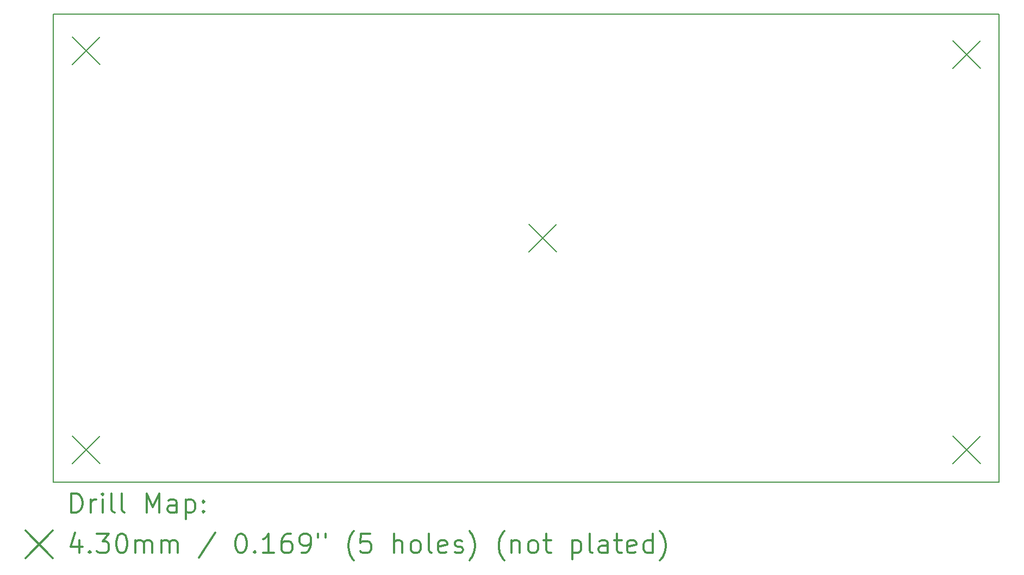
<source format=gbr>
%FSLAX45Y45*%
G04 Gerber Fmt 4.5, Leading zero omitted, Abs format (unit mm)*
G04 Created by KiCad (PCBNEW 5.0.2-bee76a0~70~ubuntu18.04.1) date So 17 Mär 2019 00:58:58 CET*
%MOMM*%
%LPD*%
G01*
G04 APERTURE LIST*
%ADD10C,0.150000*%
%ADD11C,0.200000*%
%ADD12C,0.300000*%
G04 APERTURE END LIST*
D10*
X13843000Y-1016000D02*
X28575000Y-1016000D01*
X28575000Y-1016000D02*
X28575000Y-8318500D01*
X28575000Y-8318500D02*
X13843000Y-8318500D01*
X13843000Y-8318500D02*
X13843000Y-1016000D01*
D11*
X14136000Y-7595500D02*
X14566000Y-8025500D01*
X14566000Y-7595500D02*
X14136000Y-8025500D01*
X27852000Y-7595500D02*
X28282000Y-8025500D01*
X28282000Y-7595500D02*
X27852000Y-8025500D01*
X21248000Y-4293500D02*
X21678000Y-4723500D01*
X21678000Y-4293500D02*
X21248000Y-4723500D01*
X27852000Y-1436000D02*
X28282000Y-1866000D01*
X28282000Y-1436000D02*
X27852000Y-1866000D01*
X14136000Y-1372500D02*
X14566000Y-1802500D01*
X14566000Y-1372500D02*
X14136000Y-1802500D01*
D12*
X14121928Y-8791714D02*
X14121928Y-8491714D01*
X14193357Y-8491714D01*
X14236214Y-8506000D01*
X14264786Y-8534572D01*
X14279071Y-8563143D01*
X14293357Y-8620286D01*
X14293357Y-8663143D01*
X14279071Y-8720286D01*
X14264786Y-8748857D01*
X14236214Y-8777429D01*
X14193357Y-8791714D01*
X14121928Y-8791714D01*
X14421928Y-8791714D02*
X14421928Y-8591714D01*
X14421928Y-8648857D02*
X14436214Y-8620286D01*
X14450500Y-8606000D01*
X14479071Y-8591714D01*
X14507643Y-8591714D01*
X14607643Y-8791714D02*
X14607643Y-8591714D01*
X14607643Y-8491714D02*
X14593357Y-8506000D01*
X14607643Y-8520286D01*
X14621928Y-8506000D01*
X14607643Y-8491714D01*
X14607643Y-8520286D01*
X14793357Y-8791714D02*
X14764786Y-8777429D01*
X14750500Y-8748857D01*
X14750500Y-8491714D01*
X14950500Y-8791714D02*
X14921928Y-8777429D01*
X14907643Y-8748857D01*
X14907643Y-8491714D01*
X15293357Y-8791714D02*
X15293357Y-8491714D01*
X15393357Y-8706000D01*
X15493357Y-8491714D01*
X15493357Y-8791714D01*
X15764786Y-8791714D02*
X15764786Y-8634572D01*
X15750500Y-8606000D01*
X15721928Y-8591714D01*
X15664786Y-8591714D01*
X15636214Y-8606000D01*
X15764786Y-8777429D02*
X15736214Y-8791714D01*
X15664786Y-8791714D01*
X15636214Y-8777429D01*
X15621928Y-8748857D01*
X15621928Y-8720286D01*
X15636214Y-8691714D01*
X15664786Y-8677429D01*
X15736214Y-8677429D01*
X15764786Y-8663143D01*
X15907643Y-8591714D02*
X15907643Y-8891714D01*
X15907643Y-8606000D02*
X15936214Y-8591714D01*
X15993357Y-8591714D01*
X16021928Y-8606000D01*
X16036214Y-8620286D01*
X16050500Y-8648857D01*
X16050500Y-8734572D01*
X16036214Y-8763143D01*
X16021928Y-8777429D01*
X15993357Y-8791714D01*
X15936214Y-8791714D01*
X15907643Y-8777429D01*
X16179071Y-8763143D02*
X16193357Y-8777429D01*
X16179071Y-8791714D01*
X16164786Y-8777429D01*
X16179071Y-8763143D01*
X16179071Y-8791714D01*
X16179071Y-8606000D02*
X16193357Y-8620286D01*
X16179071Y-8634572D01*
X16164786Y-8620286D01*
X16179071Y-8606000D01*
X16179071Y-8634572D01*
X13405500Y-9071000D02*
X13835500Y-9501000D01*
X13835500Y-9071000D02*
X13405500Y-9501000D01*
X14250500Y-9221714D02*
X14250500Y-9421714D01*
X14179071Y-9107429D02*
X14107643Y-9321714D01*
X14293357Y-9321714D01*
X14407643Y-9393143D02*
X14421928Y-9407429D01*
X14407643Y-9421714D01*
X14393357Y-9407429D01*
X14407643Y-9393143D01*
X14407643Y-9421714D01*
X14521928Y-9121714D02*
X14707643Y-9121714D01*
X14607643Y-9236000D01*
X14650500Y-9236000D01*
X14679071Y-9250286D01*
X14693357Y-9264572D01*
X14707643Y-9293143D01*
X14707643Y-9364572D01*
X14693357Y-9393143D01*
X14679071Y-9407429D01*
X14650500Y-9421714D01*
X14564786Y-9421714D01*
X14536214Y-9407429D01*
X14521928Y-9393143D01*
X14893357Y-9121714D02*
X14921928Y-9121714D01*
X14950500Y-9136000D01*
X14964786Y-9150286D01*
X14979071Y-9178857D01*
X14993357Y-9236000D01*
X14993357Y-9307429D01*
X14979071Y-9364572D01*
X14964786Y-9393143D01*
X14950500Y-9407429D01*
X14921928Y-9421714D01*
X14893357Y-9421714D01*
X14864786Y-9407429D01*
X14850500Y-9393143D01*
X14836214Y-9364572D01*
X14821928Y-9307429D01*
X14821928Y-9236000D01*
X14836214Y-9178857D01*
X14850500Y-9150286D01*
X14864786Y-9136000D01*
X14893357Y-9121714D01*
X15121928Y-9421714D02*
X15121928Y-9221714D01*
X15121928Y-9250286D02*
X15136214Y-9236000D01*
X15164786Y-9221714D01*
X15207643Y-9221714D01*
X15236214Y-9236000D01*
X15250500Y-9264572D01*
X15250500Y-9421714D01*
X15250500Y-9264572D02*
X15264786Y-9236000D01*
X15293357Y-9221714D01*
X15336214Y-9221714D01*
X15364786Y-9236000D01*
X15379071Y-9264572D01*
X15379071Y-9421714D01*
X15521928Y-9421714D02*
X15521928Y-9221714D01*
X15521928Y-9250286D02*
X15536214Y-9236000D01*
X15564786Y-9221714D01*
X15607643Y-9221714D01*
X15636214Y-9236000D01*
X15650500Y-9264572D01*
X15650500Y-9421714D01*
X15650500Y-9264572D02*
X15664786Y-9236000D01*
X15693357Y-9221714D01*
X15736214Y-9221714D01*
X15764786Y-9236000D01*
X15779071Y-9264572D01*
X15779071Y-9421714D01*
X16364786Y-9107429D02*
X16107643Y-9493143D01*
X16750500Y-9121714D02*
X16779071Y-9121714D01*
X16807643Y-9136000D01*
X16821928Y-9150286D01*
X16836214Y-9178857D01*
X16850500Y-9236000D01*
X16850500Y-9307429D01*
X16836214Y-9364572D01*
X16821928Y-9393143D01*
X16807643Y-9407429D01*
X16779071Y-9421714D01*
X16750500Y-9421714D01*
X16721928Y-9407429D01*
X16707643Y-9393143D01*
X16693357Y-9364572D01*
X16679071Y-9307429D01*
X16679071Y-9236000D01*
X16693357Y-9178857D01*
X16707643Y-9150286D01*
X16721928Y-9136000D01*
X16750500Y-9121714D01*
X16979071Y-9393143D02*
X16993357Y-9407429D01*
X16979071Y-9421714D01*
X16964786Y-9407429D01*
X16979071Y-9393143D01*
X16979071Y-9421714D01*
X17279071Y-9421714D02*
X17107643Y-9421714D01*
X17193357Y-9421714D02*
X17193357Y-9121714D01*
X17164786Y-9164572D01*
X17136214Y-9193143D01*
X17107643Y-9207429D01*
X17536214Y-9121714D02*
X17479071Y-9121714D01*
X17450500Y-9136000D01*
X17436214Y-9150286D01*
X17407643Y-9193143D01*
X17393357Y-9250286D01*
X17393357Y-9364572D01*
X17407643Y-9393143D01*
X17421928Y-9407429D01*
X17450500Y-9421714D01*
X17507643Y-9421714D01*
X17536214Y-9407429D01*
X17550500Y-9393143D01*
X17564786Y-9364572D01*
X17564786Y-9293143D01*
X17550500Y-9264572D01*
X17536214Y-9250286D01*
X17507643Y-9236000D01*
X17450500Y-9236000D01*
X17421928Y-9250286D01*
X17407643Y-9264572D01*
X17393357Y-9293143D01*
X17707643Y-9421714D02*
X17764786Y-9421714D01*
X17793357Y-9407429D01*
X17807643Y-9393143D01*
X17836214Y-9350286D01*
X17850500Y-9293143D01*
X17850500Y-9178857D01*
X17836214Y-9150286D01*
X17821928Y-9136000D01*
X17793357Y-9121714D01*
X17736214Y-9121714D01*
X17707643Y-9136000D01*
X17693357Y-9150286D01*
X17679071Y-9178857D01*
X17679071Y-9250286D01*
X17693357Y-9278857D01*
X17707643Y-9293143D01*
X17736214Y-9307429D01*
X17793357Y-9307429D01*
X17821928Y-9293143D01*
X17836214Y-9278857D01*
X17850500Y-9250286D01*
X17964786Y-9121714D02*
X17964786Y-9178857D01*
X18079071Y-9121714D02*
X18079071Y-9178857D01*
X18521928Y-9536000D02*
X18507643Y-9521714D01*
X18479071Y-9478857D01*
X18464786Y-9450286D01*
X18450500Y-9407429D01*
X18436214Y-9336000D01*
X18436214Y-9278857D01*
X18450500Y-9207429D01*
X18464786Y-9164572D01*
X18479071Y-9136000D01*
X18507643Y-9093143D01*
X18521928Y-9078857D01*
X18779071Y-9121714D02*
X18636214Y-9121714D01*
X18621928Y-9264572D01*
X18636214Y-9250286D01*
X18664786Y-9236000D01*
X18736214Y-9236000D01*
X18764786Y-9250286D01*
X18779071Y-9264572D01*
X18793357Y-9293143D01*
X18793357Y-9364572D01*
X18779071Y-9393143D01*
X18764786Y-9407429D01*
X18736214Y-9421714D01*
X18664786Y-9421714D01*
X18636214Y-9407429D01*
X18621928Y-9393143D01*
X19150500Y-9421714D02*
X19150500Y-9121714D01*
X19279071Y-9421714D02*
X19279071Y-9264572D01*
X19264786Y-9236000D01*
X19236214Y-9221714D01*
X19193357Y-9221714D01*
X19164786Y-9236000D01*
X19150500Y-9250286D01*
X19464786Y-9421714D02*
X19436214Y-9407429D01*
X19421928Y-9393143D01*
X19407643Y-9364572D01*
X19407643Y-9278857D01*
X19421928Y-9250286D01*
X19436214Y-9236000D01*
X19464786Y-9221714D01*
X19507643Y-9221714D01*
X19536214Y-9236000D01*
X19550500Y-9250286D01*
X19564786Y-9278857D01*
X19564786Y-9364572D01*
X19550500Y-9393143D01*
X19536214Y-9407429D01*
X19507643Y-9421714D01*
X19464786Y-9421714D01*
X19736214Y-9421714D02*
X19707643Y-9407429D01*
X19693357Y-9378857D01*
X19693357Y-9121714D01*
X19964786Y-9407429D02*
X19936214Y-9421714D01*
X19879071Y-9421714D01*
X19850500Y-9407429D01*
X19836214Y-9378857D01*
X19836214Y-9264572D01*
X19850500Y-9236000D01*
X19879071Y-9221714D01*
X19936214Y-9221714D01*
X19964786Y-9236000D01*
X19979071Y-9264572D01*
X19979071Y-9293143D01*
X19836214Y-9321714D01*
X20093357Y-9407429D02*
X20121928Y-9421714D01*
X20179071Y-9421714D01*
X20207643Y-9407429D01*
X20221928Y-9378857D01*
X20221928Y-9364572D01*
X20207643Y-9336000D01*
X20179071Y-9321714D01*
X20136214Y-9321714D01*
X20107643Y-9307429D01*
X20093357Y-9278857D01*
X20093357Y-9264572D01*
X20107643Y-9236000D01*
X20136214Y-9221714D01*
X20179071Y-9221714D01*
X20207643Y-9236000D01*
X20321928Y-9536000D02*
X20336214Y-9521714D01*
X20364786Y-9478857D01*
X20379071Y-9450286D01*
X20393357Y-9407429D01*
X20407643Y-9336000D01*
X20407643Y-9278857D01*
X20393357Y-9207429D01*
X20379071Y-9164572D01*
X20364786Y-9136000D01*
X20336214Y-9093143D01*
X20321928Y-9078857D01*
X20864786Y-9536000D02*
X20850500Y-9521714D01*
X20821928Y-9478857D01*
X20807643Y-9450286D01*
X20793357Y-9407429D01*
X20779071Y-9336000D01*
X20779071Y-9278857D01*
X20793357Y-9207429D01*
X20807643Y-9164572D01*
X20821928Y-9136000D01*
X20850500Y-9093143D01*
X20864786Y-9078857D01*
X20979071Y-9221714D02*
X20979071Y-9421714D01*
X20979071Y-9250286D02*
X20993357Y-9236000D01*
X21021928Y-9221714D01*
X21064786Y-9221714D01*
X21093357Y-9236000D01*
X21107643Y-9264572D01*
X21107643Y-9421714D01*
X21293357Y-9421714D02*
X21264786Y-9407429D01*
X21250500Y-9393143D01*
X21236214Y-9364572D01*
X21236214Y-9278857D01*
X21250500Y-9250286D01*
X21264786Y-9236000D01*
X21293357Y-9221714D01*
X21336214Y-9221714D01*
X21364786Y-9236000D01*
X21379071Y-9250286D01*
X21393357Y-9278857D01*
X21393357Y-9364572D01*
X21379071Y-9393143D01*
X21364786Y-9407429D01*
X21336214Y-9421714D01*
X21293357Y-9421714D01*
X21479071Y-9221714D02*
X21593357Y-9221714D01*
X21521928Y-9121714D02*
X21521928Y-9378857D01*
X21536214Y-9407429D01*
X21564786Y-9421714D01*
X21593357Y-9421714D01*
X21921928Y-9221714D02*
X21921928Y-9521714D01*
X21921928Y-9236000D02*
X21950500Y-9221714D01*
X22007643Y-9221714D01*
X22036214Y-9236000D01*
X22050500Y-9250286D01*
X22064786Y-9278857D01*
X22064786Y-9364572D01*
X22050500Y-9393143D01*
X22036214Y-9407429D01*
X22007643Y-9421714D01*
X21950500Y-9421714D01*
X21921928Y-9407429D01*
X22236214Y-9421714D02*
X22207643Y-9407429D01*
X22193357Y-9378857D01*
X22193357Y-9121714D01*
X22479071Y-9421714D02*
X22479071Y-9264572D01*
X22464786Y-9236000D01*
X22436214Y-9221714D01*
X22379071Y-9221714D01*
X22350500Y-9236000D01*
X22479071Y-9407429D02*
X22450500Y-9421714D01*
X22379071Y-9421714D01*
X22350500Y-9407429D01*
X22336214Y-9378857D01*
X22336214Y-9350286D01*
X22350500Y-9321714D01*
X22379071Y-9307429D01*
X22450500Y-9307429D01*
X22479071Y-9293143D01*
X22579071Y-9221714D02*
X22693357Y-9221714D01*
X22621928Y-9121714D02*
X22621928Y-9378857D01*
X22636214Y-9407429D01*
X22664786Y-9421714D01*
X22693357Y-9421714D01*
X22907643Y-9407429D02*
X22879071Y-9421714D01*
X22821928Y-9421714D01*
X22793357Y-9407429D01*
X22779071Y-9378857D01*
X22779071Y-9264572D01*
X22793357Y-9236000D01*
X22821928Y-9221714D01*
X22879071Y-9221714D01*
X22907643Y-9236000D01*
X22921928Y-9264572D01*
X22921928Y-9293143D01*
X22779071Y-9321714D01*
X23179071Y-9421714D02*
X23179071Y-9121714D01*
X23179071Y-9407429D02*
X23150500Y-9421714D01*
X23093357Y-9421714D01*
X23064786Y-9407429D01*
X23050500Y-9393143D01*
X23036214Y-9364572D01*
X23036214Y-9278857D01*
X23050500Y-9250286D01*
X23064786Y-9236000D01*
X23093357Y-9221714D01*
X23150500Y-9221714D01*
X23179071Y-9236000D01*
X23293357Y-9536000D02*
X23307643Y-9521714D01*
X23336214Y-9478857D01*
X23350500Y-9450286D01*
X23364786Y-9407429D01*
X23379071Y-9336000D01*
X23379071Y-9278857D01*
X23364786Y-9207429D01*
X23350500Y-9164572D01*
X23336214Y-9136000D01*
X23307643Y-9093143D01*
X23293357Y-9078857D01*
M02*

</source>
